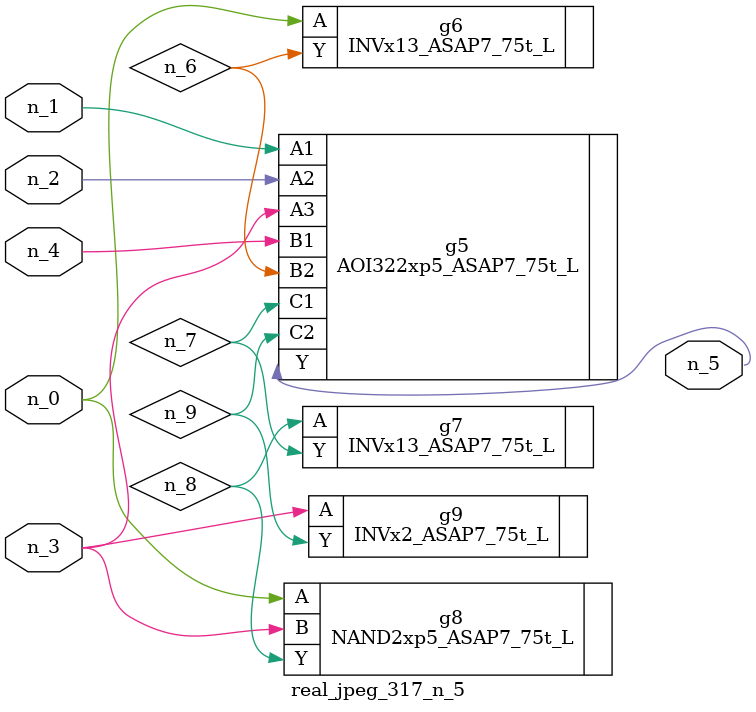
<source format=v>
module real_jpeg_317_n_5 (n_4, n_0, n_1, n_2, n_3, n_5);

input n_4;
input n_0;
input n_1;
input n_2;
input n_3;

output n_5;

wire n_8;
wire n_6;
wire n_7;
wire n_9;

INVx13_ASAP7_75t_L g6 ( 
.A(n_0),
.Y(n_6)
);

NAND2xp5_ASAP7_75t_L g8 ( 
.A(n_0),
.B(n_3),
.Y(n_8)
);

AOI322xp5_ASAP7_75t_L g5 ( 
.A1(n_1),
.A2(n_2),
.A3(n_3),
.B1(n_4),
.B2(n_6),
.C1(n_7),
.C2(n_9),
.Y(n_5)
);

INVx2_ASAP7_75t_L g9 ( 
.A(n_3),
.Y(n_9)
);

INVx13_ASAP7_75t_L g7 ( 
.A(n_8),
.Y(n_7)
);


endmodule
</source>
